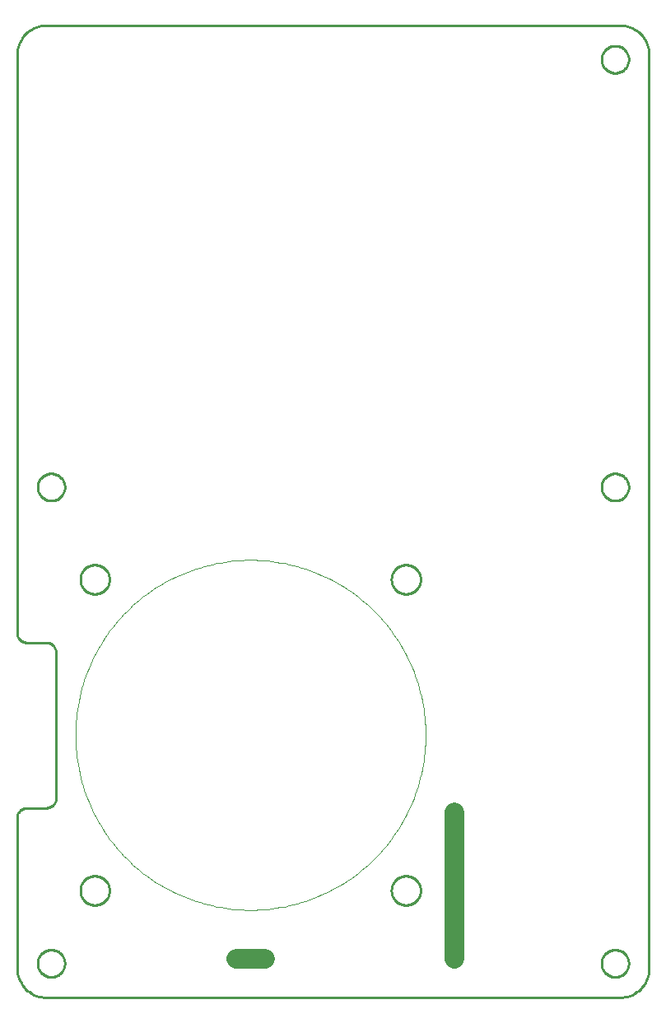
<source format=gbr>
G04 EAGLE Gerber RS-274X export*
G75*
%MOMM*%
%FSLAX34Y34*%
%LPD*%
%IN*%
%IPPOS*%
%AMOC8*
5,1,8,0,0,1.08239X$1,22.5*%
G01*
%ADD10C,2.000000*%
%ADD11C,0.001000*%
%ADD12C,0.254000*%


D10*
X450000Y190000D02*
X450000Y40000D01*
X255000Y40000D02*
X225000Y40000D01*
D11*
X60000Y270000D02*
X60054Y274417D01*
X60217Y278832D01*
X60488Y283242D01*
X60867Y287643D01*
X61354Y292034D01*
X61948Y296411D01*
X62650Y300773D01*
X63459Y305116D01*
X64374Y309438D01*
X65394Y313736D01*
X66520Y318008D01*
X67751Y322251D01*
X69085Y326463D01*
X70522Y330640D01*
X72061Y334781D01*
X73702Y338883D01*
X75442Y342943D01*
X77282Y346960D01*
X79220Y350930D01*
X81254Y354851D01*
X83384Y358722D01*
X85609Y362538D01*
X87926Y366300D01*
X90335Y370003D01*
X92835Y373645D01*
X95423Y377226D01*
X98098Y380742D01*
X100858Y384191D01*
X103702Y387571D01*
X106629Y390881D01*
X109636Y394117D01*
X112721Y397279D01*
X115883Y400364D01*
X119119Y403371D01*
X122429Y406298D01*
X125809Y409142D01*
X129258Y411902D01*
X132774Y414577D01*
X136355Y417165D01*
X139997Y419665D01*
X143700Y422074D01*
X147462Y424391D01*
X151278Y426616D01*
X155149Y428746D01*
X159070Y430780D01*
X163040Y432718D01*
X167057Y434558D01*
X171117Y436298D01*
X175219Y437939D01*
X179360Y439478D01*
X183537Y440915D01*
X187749Y442249D01*
X191992Y443480D01*
X196264Y444606D01*
X200562Y445626D01*
X204884Y446541D01*
X209227Y447350D01*
X213589Y448052D01*
X217966Y448646D01*
X222357Y449133D01*
X226758Y449512D01*
X231168Y449783D01*
X235583Y449946D01*
X240000Y450000D01*
X244417Y449946D01*
X248832Y449783D01*
X253242Y449512D01*
X257643Y449133D01*
X262034Y448646D01*
X266411Y448052D01*
X270773Y447350D01*
X275116Y446541D01*
X279438Y445626D01*
X283736Y444606D01*
X288008Y443480D01*
X292251Y442249D01*
X296463Y440915D01*
X300640Y439478D01*
X304781Y437939D01*
X308883Y436298D01*
X312943Y434558D01*
X316960Y432718D01*
X320930Y430780D01*
X324851Y428746D01*
X328722Y426616D01*
X332538Y424391D01*
X336300Y422074D01*
X340003Y419665D01*
X343645Y417165D01*
X347226Y414577D01*
X350742Y411902D01*
X354191Y409142D01*
X357571Y406298D01*
X360881Y403371D01*
X364117Y400364D01*
X367279Y397279D01*
X370364Y394117D01*
X373371Y390881D01*
X376298Y387571D01*
X379142Y384191D01*
X381902Y380742D01*
X384577Y377226D01*
X387165Y373645D01*
X389665Y370003D01*
X392074Y366300D01*
X394391Y362538D01*
X396616Y358722D01*
X398746Y354851D01*
X400780Y350930D01*
X402718Y346960D01*
X404558Y342943D01*
X406298Y338883D01*
X407939Y334781D01*
X409478Y330640D01*
X410915Y326463D01*
X412249Y322251D01*
X413480Y318008D01*
X414606Y313736D01*
X415626Y309438D01*
X416541Y305116D01*
X417350Y300773D01*
X418052Y296411D01*
X418646Y292034D01*
X419133Y287643D01*
X419512Y283242D01*
X419783Y278832D01*
X419946Y274417D01*
X420000Y270000D01*
X419946Y265583D01*
X419783Y261168D01*
X419512Y256758D01*
X419133Y252357D01*
X418646Y247966D01*
X418052Y243589D01*
X417350Y239227D01*
X416541Y234884D01*
X415626Y230562D01*
X414606Y226264D01*
X413480Y221992D01*
X412249Y217749D01*
X410915Y213537D01*
X409478Y209360D01*
X407939Y205219D01*
X406298Y201117D01*
X404558Y197057D01*
X402718Y193040D01*
X400780Y189070D01*
X398746Y185149D01*
X396616Y181278D01*
X394391Y177462D01*
X392074Y173700D01*
X389665Y169997D01*
X387165Y166355D01*
X384577Y162774D01*
X381902Y159258D01*
X379142Y155809D01*
X376298Y152429D01*
X373371Y149119D01*
X370364Y145883D01*
X367279Y142721D01*
X364117Y139636D01*
X360881Y136629D01*
X357571Y133702D01*
X354191Y130858D01*
X350742Y128098D01*
X347226Y125423D01*
X343645Y122835D01*
X340003Y120335D01*
X336300Y117926D01*
X332538Y115609D01*
X328722Y113384D01*
X324851Y111254D01*
X320930Y109220D01*
X316960Y107282D01*
X312943Y105442D01*
X308883Y103702D01*
X304781Y102061D01*
X300640Y100522D01*
X296463Y99085D01*
X292251Y97751D01*
X288008Y96520D01*
X283736Y95394D01*
X279438Y94374D01*
X275116Y93459D01*
X270773Y92650D01*
X266411Y91948D01*
X262034Y91354D01*
X257643Y90867D01*
X253242Y90488D01*
X248832Y90217D01*
X244417Y90054D01*
X240000Y90000D01*
X235583Y90054D01*
X231168Y90217D01*
X226758Y90488D01*
X222357Y90867D01*
X217966Y91354D01*
X213589Y91948D01*
X209227Y92650D01*
X204884Y93459D01*
X200562Y94374D01*
X196264Y95394D01*
X191992Y96520D01*
X187749Y97751D01*
X183537Y99085D01*
X179360Y100522D01*
X175219Y102061D01*
X171117Y103702D01*
X167057Y105442D01*
X163040Y107282D01*
X159070Y109220D01*
X155149Y111254D01*
X151278Y113384D01*
X147462Y115609D01*
X143700Y117926D01*
X139997Y120335D01*
X136355Y122835D01*
X132774Y125423D01*
X129258Y128098D01*
X125809Y130858D01*
X122429Y133702D01*
X119119Y136629D01*
X115883Y139636D01*
X112721Y142721D01*
X109636Y145883D01*
X106629Y149119D01*
X103702Y152429D01*
X100858Y155809D01*
X98098Y159258D01*
X95423Y162774D01*
X92835Y166355D01*
X90335Y169997D01*
X87926Y173700D01*
X85609Y177462D01*
X83384Y181278D01*
X81254Y185149D01*
X79220Y189070D01*
X77282Y193040D01*
X75442Y197057D01*
X73702Y201117D01*
X72061Y205219D01*
X70522Y209360D01*
X69085Y213537D01*
X67751Y217749D01*
X66520Y221992D01*
X65394Y226264D01*
X64374Y230562D01*
X63459Y234884D01*
X62650Y239227D01*
X61948Y243589D01*
X61354Y247966D01*
X60867Y252357D01*
X60488Y256758D01*
X60217Y261168D01*
X60054Y265583D01*
X60000Y270000D01*
D12*
X0Y30000D02*
X114Y27385D01*
X456Y24791D01*
X1022Y22235D01*
X1809Y19739D01*
X2811Y17321D01*
X4019Y15000D01*
X5425Y12793D01*
X7019Y10716D01*
X8787Y8787D01*
X10716Y7019D01*
X12793Y5425D01*
X15000Y4019D01*
X17321Y2811D01*
X19739Y1809D01*
X22235Y1022D01*
X24791Y456D01*
X27385Y114D01*
X30000Y0D01*
X620000Y0D01*
X622615Y114D01*
X625209Y456D01*
X627765Y1022D01*
X630261Y1809D01*
X632679Y2811D01*
X635000Y4019D01*
X637207Y5425D01*
X639284Y7019D01*
X641213Y8787D01*
X642981Y10716D01*
X644575Y12793D01*
X645981Y15000D01*
X647189Y17321D01*
X648191Y19739D01*
X648978Y22235D01*
X649544Y24791D01*
X649886Y27385D01*
X650000Y30000D01*
X650000Y970000D01*
X649886Y972615D01*
X649544Y975209D01*
X648978Y977765D01*
X648191Y980261D01*
X647189Y982679D01*
X645981Y985000D01*
X644575Y987207D01*
X642981Y989284D01*
X641213Y991213D01*
X639284Y992981D01*
X637207Y994575D01*
X635000Y995981D01*
X632679Y997189D01*
X630261Y998191D01*
X627765Y998978D01*
X625209Y999544D01*
X622615Y999886D01*
X620000Y1000000D01*
X30000Y1000000D01*
X27385Y999886D01*
X24791Y999544D01*
X22235Y998978D01*
X19739Y998191D01*
X17321Y997189D01*
X15000Y995981D01*
X12793Y994575D01*
X10716Y992981D01*
X8787Y991213D01*
X7019Y989284D01*
X5425Y987207D01*
X4019Y985000D01*
X2811Y982679D01*
X1809Y980261D01*
X1022Y977765D01*
X456Y975209D01*
X114Y972615D01*
X0Y970000D01*
X0Y375000D01*
X38Y374128D01*
X152Y373264D01*
X341Y372412D01*
X603Y371580D01*
X937Y370774D01*
X1340Y370000D01*
X1808Y369264D01*
X2340Y368572D01*
X2929Y367929D01*
X3572Y367340D01*
X4264Y366808D01*
X5000Y366340D01*
X5774Y365937D01*
X6580Y365603D01*
X7412Y365341D01*
X8264Y365152D01*
X9128Y365038D01*
X10000Y365000D01*
X30000Y365000D01*
X30872Y364962D01*
X31736Y364848D01*
X32588Y364659D01*
X33420Y364397D01*
X34226Y364063D01*
X35000Y363660D01*
X35736Y363192D01*
X36428Y362660D01*
X37071Y362071D01*
X37660Y361428D01*
X38192Y360736D01*
X38660Y360000D01*
X39063Y359226D01*
X39397Y358420D01*
X39659Y357588D01*
X39848Y356736D01*
X39962Y355872D01*
X40000Y355000D01*
X40000Y205000D01*
X39962Y204128D01*
X39848Y203264D01*
X39659Y202412D01*
X39397Y201580D01*
X39063Y200774D01*
X38660Y200000D01*
X38192Y199264D01*
X37660Y198572D01*
X37071Y197929D01*
X36428Y197340D01*
X35736Y196808D01*
X35000Y196340D01*
X34226Y195937D01*
X33420Y195603D01*
X32588Y195341D01*
X31736Y195152D01*
X30872Y195038D01*
X30000Y195000D01*
X10000Y195000D01*
X9128Y194962D01*
X8264Y194848D01*
X7412Y194659D01*
X6580Y194397D01*
X5774Y194063D01*
X5000Y193660D01*
X4264Y193192D01*
X3572Y192660D01*
X2929Y192071D01*
X2340Y191428D01*
X1808Y190736D01*
X1340Y190000D01*
X937Y189226D01*
X603Y188420D01*
X341Y187588D01*
X152Y186736D01*
X38Y185872D01*
X0Y185000D01*
X0Y30000D01*
X49000Y34500D02*
X48929Y33503D01*
X48786Y32513D01*
X48574Y31536D01*
X48292Y30576D01*
X47943Y29639D01*
X47527Y28729D01*
X47048Y27852D01*
X46507Y27010D01*
X45908Y26210D01*
X45253Y25454D01*
X44546Y24747D01*
X43790Y24092D01*
X42990Y23493D01*
X42148Y22952D01*
X41271Y22473D01*
X40361Y22057D01*
X39424Y21708D01*
X38465Y21426D01*
X37487Y21214D01*
X36498Y21071D01*
X35500Y21000D01*
X34500Y21000D01*
X33503Y21071D01*
X32513Y21214D01*
X31536Y21426D01*
X30576Y21708D01*
X29639Y22057D01*
X28729Y22473D01*
X27852Y22952D01*
X27010Y23493D01*
X26210Y24092D01*
X25454Y24747D01*
X24747Y25454D01*
X24092Y26210D01*
X23493Y27010D01*
X22952Y27852D01*
X22473Y28729D01*
X22057Y29639D01*
X21708Y30576D01*
X21426Y31536D01*
X21214Y32513D01*
X21071Y33503D01*
X21000Y34500D01*
X21000Y35500D01*
X21071Y36498D01*
X21214Y37487D01*
X21426Y38465D01*
X21708Y39424D01*
X22057Y40361D01*
X22473Y41271D01*
X22952Y42148D01*
X23493Y42990D01*
X24092Y43790D01*
X24747Y44546D01*
X25454Y45253D01*
X26210Y45908D01*
X27010Y46507D01*
X27852Y47048D01*
X28729Y47527D01*
X29639Y47943D01*
X30576Y48292D01*
X31536Y48574D01*
X32513Y48786D01*
X33503Y48929D01*
X34500Y49000D01*
X35500Y49000D01*
X36498Y48929D01*
X37487Y48786D01*
X38465Y48574D01*
X39424Y48292D01*
X40361Y47943D01*
X41271Y47527D01*
X42148Y47048D01*
X42990Y46507D01*
X43790Y45908D01*
X44546Y45253D01*
X45253Y44546D01*
X45908Y43790D01*
X46507Y42990D01*
X47048Y42148D01*
X47527Y41271D01*
X47943Y40361D01*
X48292Y39424D01*
X48574Y38465D01*
X48786Y37487D01*
X48929Y36498D01*
X49000Y35500D01*
X49000Y34500D01*
X49000Y524500D02*
X48929Y523503D01*
X48786Y522513D01*
X48574Y521536D01*
X48292Y520576D01*
X47943Y519639D01*
X47527Y518729D01*
X47048Y517852D01*
X46507Y517010D01*
X45908Y516210D01*
X45253Y515454D01*
X44546Y514747D01*
X43790Y514092D01*
X42990Y513493D01*
X42148Y512952D01*
X41271Y512473D01*
X40361Y512057D01*
X39424Y511708D01*
X38465Y511426D01*
X37487Y511214D01*
X36498Y511071D01*
X35500Y511000D01*
X34500Y511000D01*
X33503Y511071D01*
X32513Y511214D01*
X31536Y511426D01*
X30576Y511708D01*
X29639Y512057D01*
X28729Y512473D01*
X27852Y512952D01*
X27010Y513493D01*
X26210Y514092D01*
X25454Y514747D01*
X24747Y515454D01*
X24092Y516210D01*
X23493Y517010D01*
X22952Y517852D01*
X22473Y518729D01*
X22057Y519639D01*
X21708Y520576D01*
X21426Y521536D01*
X21214Y522513D01*
X21071Y523503D01*
X21000Y524500D01*
X21000Y525500D01*
X21071Y526498D01*
X21214Y527487D01*
X21426Y528465D01*
X21708Y529424D01*
X22057Y530361D01*
X22473Y531271D01*
X22952Y532148D01*
X23493Y532990D01*
X24092Y533790D01*
X24747Y534546D01*
X25454Y535253D01*
X26210Y535908D01*
X27010Y536507D01*
X27852Y537048D01*
X28729Y537527D01*
X29639Y537943D01*
X30576Y538292D01*
X31536Y538574D01*
X32513Y538786D01*
X33503Y538929D01*
X34500Y539000D01*
X35500Y539000D01*
X36498Y538929D01*
X37487Y538786D01*
X38465Y538574D01*
X39424Y538292D01*
X40361Y537943D01*
X41271Y537527D01*
X42148Y537048D01*
X42990Y536507D01*
X43790Y535908D01*
X44546Y535253D01*
X45253Y534546D01*
X45908Y533790D01*
X46507Y532990D01*
X47048Y532148D01*
X47527Y531271D01*
X47943Y530361D01*
X48292Y529424D01*
X48574Y528465D01*
X48786Y527487D01*
X48929Y526498D01*
X49000Y525500D01*
X49000Y524500D01*
X629000Y524500D02*
X628929Y523503D01*
X628786Y522513D01*
X628574Y521536D01*
X628292Y520576D01*
X627943Y519639D01*
X627527Y518729D01*
X627048Y517852D01*
X626507Y517010D01*
X625908Y516210D01*
X625253Y515454D01*
X624546Y514747D01*
X623790Y514092D01*
X622990Y513493D01*
X622148Y512952D01*
X621271Y512473D01*
X620361Y512057D01*
X619424Y511708D01*
X618465Y511426D01*
X617487Y511214D01*
X616498Y511071D01*
X615500Y511000D01*
X614500Y511000D01*
X613503Y511071D01*
X612513Y511214D01*
X611536Y511426D01*
X610576Y511708D01*
X609639Y512057D01*
X608729Y512473D01*
X607852Y512952D01*
X607010Y513493D01*
X606210Y514092D01*
X605454Y514747D01*
X604747Y515454D01*
X604092Y516210D01*
X603493Y517010D01*
X602952Y517852D01*
X602473Y518729D01*
X602057Y519639D01*
X601708Y520576D01*
X601426Y521536D01*
X601214Y522513D01*
X601071Y523503D01*
X601000Y524500D01*
X601000Y525500D01*
X601071Y526498D01*
X601214Y527487D01*
X601426Y528465D01*
X601708Y529424D01*
X602057Y530361D01*
X602473Y531271D01*
X602952Y532148D01*
X603493Y532990D01*
X604092Y533790D01*
X604747Y534546D01*
X605454Y535253D01*
X606210Y535908D01*
X607010Y536507D01*
X607852Y537048D01*
X608729Y537527D01*
X609639Y537943D01*
X610576Y538292D01*
X611536Y538574D01*
X612513Y538786D01*
X613503Y538929D01*
X614500Y539000D01*
X615500Y539000D01*
X616498Y538929D01*
X617487Y538786D01*
X618465Y538574D01*
X619424Y538292D01*
X620361Y537943D01*
X621271Y537527D01*
X622148Y537048D01*
X622990Y536507D01*
X623790Y535908D01*
X624546Y535253D01*
X625253Y534546D01*
X625908Y533790D01*
X626507Y532990D01*
X627048Y532148D01*
X627527Y531271D01*
X627943Y530361D01*
X628292Y529424D01*
X628574Y528465D01*
X628786Y527487D01*
X628929Y526498D01*
X629000Y525500D01*
X629000Y524500D01*
X629000Y34500D02*
X628929Y33503D01*
X628786Y32513D01*
X628574Y31536D01*
X628292Y30576D01*
X627943Y29639D01*
X627527Y28729D01*
X627048Y27852D01*
X626507Y27010D01*
X625908Y26210D01*
X625253Y25454D01*
X624546Y24747D01*
X623790Y24092D01*
X622990Y23493D01*
X622148Y22952D01*
X621271Y22473D01*
X620361Y22057D01*
X619424Y21708D01*
X618465Y21426D01*
X617487Y21214D01*
X616498Y21071D01*
X615500Y21000D01*
X614500Y21000D01*
X613503Y21071D01*
X612513Y21214D01*
X611536Y21426D01*
X610576Y21708D01*
X609639Y22057D01*
X608729Y22473D01*
X607852Y22952D01*
X607010Y23493D01*
X606210Y24092D01*
X605454Y24747D01*
X604747Y25454D01*
X604092Y26210D01*
X603493Y27010D01*
X602952Y27852D01*
X602473Y28729D01*
X602057Y29639D01*
X601708Y30576D01*
X601426Y31536D01*
X601214Y32513D01*
X601071Y33503D01*
X601000Y34500D01*
X601000Y35500D01*
X601071Y36498D01*
X601214Y37487D01*
X601426Y38465D01*
X601708Y39424D01*
X602057Y40361D01*
X602473Y41271D01*
X602952Y42148D01*
X603493Y42990D01*
X604092Y43790D01*
X604747Y44546D01*
X605454Y45253D01*
X606210Y45908D01*
X607010Y46507D01*
X607852Y47048D01*
X608729Y47527D01*
X609639Y47943D01*
X610576Y48292D01*
X611536Y48574D01*
X612513Y48786D01*
X613503Y48929D01*
X614500Y49000D01*
X615500Y49000D01*
X616498Y48929D01*
X617487Y48786D01*
X618465Y48574D01*
X619424Y48292D01*
X620361Y47943D01*
X621271Y47527D01*
X622148Y47048D01*
X622990Y46507D01*
X623790Y45908D01*
X624546Y45253D01*
X625253Y44546D01*
X625908Y43790D01*
X626507Y42990D01*
X627048Y42148D01*
X627527Y41271D01*
X627943Y40361D01*
X628292Y39424D01*
X628574Y38465D01*
X628786Y37487D01*
X628929Y36498D01*
X629000Y35500D01*
X629000Y34500D01*
X629000Y964500D02*
X628929Y963503D01*
X628786Y962513D01*
X628574Y961536D01*
X628292Y960576D01*
X627943Y959639D01*
X627527Y958729D01*
X627048Y957852D01*
X626507Y957010D01*
X625908Y956210D01*
X625253Y955454D01*
X624546Y954747D01*
X623790Y954092D01*
X622990Y953493D01*
X622148Y952952D01*
X621271Y952473D01*
X620361Y952057D01*
X619424Y951708D01*
X618465Y951426D01*
X617487Y951214D01*
X616498Y951071D01*
X615500Y951000D01*
X614500Y951000D01*
X613503Y951071D01*
X612513Y951214D01*
X611536Y951426D01*
X610576Y951708D01*
X609639Y952057D01*
X608729Y952473D01*
X607852Y952952D01*
X607010Y953493D01*
X606210Y954092D01*
X605454Y954747D01*
X604747Y955454D01*
X604092Y956210D01*
X603493Y957010D01*
X602952Y957852D01*
X602473Y958729D01*
X602057Y959639D01*
X601708Y960576D01*
X601426Y961536D01*
X601214Y962513D01*
X601071Y963503D01*
X601000Y964500D01*
X601000Y965500D01*
X601071Y966498D01*
X601214Y967487D01*
X601426Y968465D01*
X601708Y969424D01*
X602057Y970361D01*
X602473Y971271D01*
X602952Y972148D01*
X603493Y972990D01*
X604092Y973790D01*
X604747Y974546D01*
X605454Y975253D01*
X606210Y975908D01*
X607010Y976507D01*
X607852Y977048D01*
X608729Y977527D01*
X609639Y977943D01*
X610576Y978292D01*
X611536Y978574D01*
X612513Y978786D01*
X613503Y978929D01*
X614500Y979000D01*
X615500Y979000D01*
X616498Y978929D01*
X617487Y978786D01*
X618465Y978574D01*
X619424Y978292D01*
X620361Y977943D01*
X621271Y977527D01*
X622148Y977048D01*
X622990Y976507D01*
X623790Y975908D01*
X624546Y975253D01*
X625253Y974546D01*
X625908Y973790D01*
X626507Y972990D01*
X627048Y972148D01*
X627527Y971271D01*
X627943Y970361D01*
X628292Y969424D01*
X628574Y968465D01*
X628786Y967487D01*
X628929Y966498D01*
X629000Y965500D01*
X629000Y964500D01*
X385000Y110536D02*
X385076Y111604D01*
X385229Y112665D01*
X385457Y113712D01*
X385759Y114740D01*
X386133Y115744D01*
X386578Y116719D01*
X387092Y117659D01*
X387671Y118560D01*
X388313Y119418D01*
X389015Y120228D01*
X389772Y120985D01*
X390582Y121687D01*
X391440Y122329D01*
X392341Y122908D01*
X393281Y123422D01*
X394256Y123867D01*
X395260Y124241D01*
X396288Y124543D01*
X397335Y124771D01*
X398396Y124924D01*
X399464Y125000D01*
X400536Y125000D01*
X401604Y124924D01*
X402665Y124771D01*
X403712Y124543D01*
X404740Y124241D01*
X405744Y123867D01*
X406719Y123422D01*
X407659Y122908D01*
X408560Y122329D01*
X409418Y121687D01*
X410228Y120985D01*
X410985Y120228D01*
X411687Y119418D01*
X412329Y118560D01*
X412908Y117659D01*
X413422Y116719D01*
X413867Y115744D01*
X414241Y114740D01*
X414543Y113712D01*
X414771Y112665D01*
X414924Y111604D01*
X415000Y110536D01*
X415000Y109464D01*
X414924Y108396D01*
X414771Y107335D01*
X414543Y106288D01*
X414241Y105260D01*
X413867Y104256D01*
X413422Y103281D01*
X412908Y102341D01*
X412329Y101440D01*
X411687Y100582D01*
X410985Y99772D01*
X410228Y99015D01*
X409418Y98313D01*
X408560Y97671D01*
X407659Y97092D01*
X406719Y96578D01*
X405744Y96133D01*
X404740Y95759D01*
X403712Y95457D01*
X402665Y95229D01*
X401604Y95076D01*
X400536Y95000D01*
X399464Y95000D01*
X398396Y95076D01*
X397335Y95229D01*
X396288Y95457D01*
X395260Y95759D01*
X394256Y96133D01*
X393281Y96578D01*
X392341Y97092D01*
X391440Y97671D01*
X390582Y98313D01*
X389772Y99015D01*
X389015Y99772D01*
X388313Y100582D01*
X387671Y101440D01*
X387092Y102341D01*
X386578Y103281D01*
X386133Y104256D01*
X385759Y105260D01*
X385457Y106288D01*
X385229Y107335D01*
X385076Y108396D01*
X385000Y109464D01*
X385000Y110536D01*
X65000Y110536D02*
X65076Y111604D01*
X65229Y112665D01*
X65457Y113712D01*
X65759Y114740D01*
X66133Y115744D01*
X66578Y116719D01*
X67092Y117659D01*
X67671Y118560D01*
X68313Y119418D01*
X69015Y120228D01*
X69772Y120985D01*
X70582Y121687D01*
X71440Y122329D01*
X72341Y122908D01*
X73281Y123422D01*
X74256Y123867D01*
X75260Y124241D01*
X76288Y124543D01*
X77335Y124771D01*
X78396Y124924D01*
X79464Y125000D01*
X80536Y125000D01*
X81604Y124924D01*
X82665Y124771D01*
X83712Y124543D01*
X84740Y124241D01*
X85744Y123867D01*
X86719Y123422D01*
X87659Y122908D01*
X88560Y122329D01*
X89418Y121687D01*
X90228Y120985D01*
X90985Y120228D01*
X91687Y119418D01*
X92329Y118560D01*
X92908Y117659D01*
X93422Y116719D01*
X93867Y115744D01*
X94241Y114740D01*
X94543Y113712D01*
X94771Y112665D01*
X94924Y111604D01*
X95000Y110536D01*
X95000Y109464D01*
X94924Y108396D01*
X94771Y107335D01*
X94543Y106288D01*
X94241Y105260D01*
X93867Y104256D01*
X93422Y103281D01*
X92908Y102341D01*
X92329Y101440D01*
X91687Y100582D01*
X90985Y99772D01*
X90228Y99015D01*
X89418Y98313D01*
X88560Y97671D01*
X87659Y97092D01*
X86719Y96578D01*
X85744Y96133D01*
X84740Y95759D01*
X83712Y95457D01*
X82665Y95229D01*
X81604Y95076D01*
X80536Y95000D01*
X79464Y95000D01*
X78396Y95076D01*
X77335Y95229D01*
X76288Y95457D01*
X75260Y95759D01*
X74256Y96133D01*
X73281Y96578D01*
X72341Y97092D01*
X71440Y97671D01*
X70582Y98313D01*
X69772Y99015D01*
X69015Y99772D01*
X68313Y100582D01*
X67671Y101440D01*
X67092Y102341D01*
X66578Y103281D01*
X66133Y104256D01*
X65759Y105260D01*
X65457Y106288D01*
X65229Y107335D01*
X65076Y108396D01*
X65000Y109464D01*
X65000Y110536D01*
X65000Y430536D02*
X65076Y431604D01*
X65229Y432665D01*
X65457Y433712D01*
X65759Y434740D01*
X66133Y435744D01*
X66578Y436719D01*
X67092Y437659D01*
X67671Y438560D01*
X68313Y439418D01*
X69015Y440228D01*
X69772Y440985D01*
X70582Y441687D01*
X71440Y442329D01*
X72341Y442908D01*
X73281Y443422D01*
X74256Y443867D01*
X75260Y444241D01*
X76288Y444543D01*
X77335Y444771D01*
X78396Y444924D01*
X79464Y445000D01*
X80536Y445000D01*
X81604Y444924D01*
X82665Y444771D01*
X83712Y444543D01*
X84740Y444241D01*
X85744Y443867D01*
X86719Y443422D01*
X87659Y442908D01*
X88560Y442329D01*
X89418Y441687D01*
X90228Y440985D01*
X90985Y440228D01*
X91687Y439418D01*
X92329Y438560D01*
X92908Y437659D01*
X93422Y436719D01*
X93867Y435744D01*
X94241Y434740D01*
X94543Y433712D01*
X94771Y432665D01*
X94924Y431604D01*
X95000Y430536D01*
X95000Y429464D01*
X94924Y428396D01*
X94771Y427335D01*
X94543Y426288D01*
X94241Y425260D01*
X93867Y424256D01*
X93422Y423281D01*
X92908Y422341D01*
X92329Y421440D01*
X91687Y420582D01*
X90985Y419772D01*
X90228Y419015D01*
X89418Y418313D01*
X88560Y417671D01*
X87659Y417092D01*
X86719Y416578D01*
X85744Y416133D01*
X84740Y415759D01*
X83712Y415457D01*
X82665Y415229D01*
X81604Y415076D01*
X80536Y415000D01*
X79464Y415000D01*
X78396Y415076D01*
X77335Y415229D01*
X76288Y415457D01*
X75260Y415759D01*
X74256Y416133D01*
X73281Y416578D01*
X72341Y417092D01*
X71440Y417671D01*
X70582Y418313D01*
X69772Y419015D01*
X69015Y419772D01*
X68313Y420582D01*
X67671Y421440D01*
X67092Y422341D01*
X66578Y423281D01*
X66133Y424256D01*
X65759Y425260D01*
X65457Y426288D01*
X65229Y427335D01*
X65076Y428396D01*
X65000Y429464D01*
X65000Y430536D01*
X385000Y430536D02*
X385076Y431604D01*
X385229Y432665D01*
X385457Y433712D01*
X385759Y434740D01*
X386133Y435744D01*
X386578Y436719D01*
X387092Y437659D01*
X387671Y438560D01*
X388313Y439418D01*
X389015Y440228D01*
X389772Y440985D01*
X390582Y441687D01*
X391440Y442329D01*
X392341Y442908D01*
X393281Y443422D01*
X394256Y443867D01*
X395260Y444241D01*
X396288Y444543D01*
X397335Y444771D01*
X398396Y444924D01*
X399464Y445000D01*
X400536Y445000D01*
X401604Y444924D01*
X402665Y444771D01*
X403712Y444543D01*
X404740Y444241D01*
X405744Y443867D01*
X406719Y443422D01*
X407659Y442908D01*
X408560Y442329D01*
X409418Y441687D01*
X410228Y440985D01*
X410985Y440228D01*
X411687Y439418D01*
X412329Y438560D01*
X412908Y437659D01*
X413422Y436719D01*
X413867Y435744D01*
X414241Y434740D01*
X414543Y433712D01*
X414771Y432665D01*
X414924Y431604D01*
X415000Y430536D01*
X415000Y429464D01*
X414924Y428396D01*
X414771Y427335D01*
X414543Y426288D01*
X414241Y425260D01*
X413867Y424256D01*
X413422Y423281D01*
X412908Y422341D01*
X412329Y421440D01*
X411687Y420582D01*
X410985Y419772D01*
X410228Y419015D01*
X409418Y418313D01*
X408560Y417671D01*
X407659Y417092D01*
X406719Y416578D01*
X405744Y416133D01*
X404740Y415759D01*
X403712Y415457D01*
X402665Y415229D01*
X401604Y415076D01*
X400536Y415000D01*
X399464Y415000D01*
X398396Y415076D01*
X397335Y415229D01*
X396288Y415457D01*
X395260Y415759D01*
X394256Y416133D01*
X393281Y416578D01*
X392341Y417092D01*
X391440Y417671D01*
X390582Y418313D01*
X389772Y419015D01*
X389015Y419772D01*
X388313Y420582D01*
X387671Y421440D01*
X387092Y422341D01*
X386578Y423281D01*
X386133Y424256D01*
X385759Y425260D01*
X385457Y426288D01*
X385229Y427335D01*
X385076Y428396D01*
X385000Y429464D01*
X385000Y430536D01*
M02*

</source>
